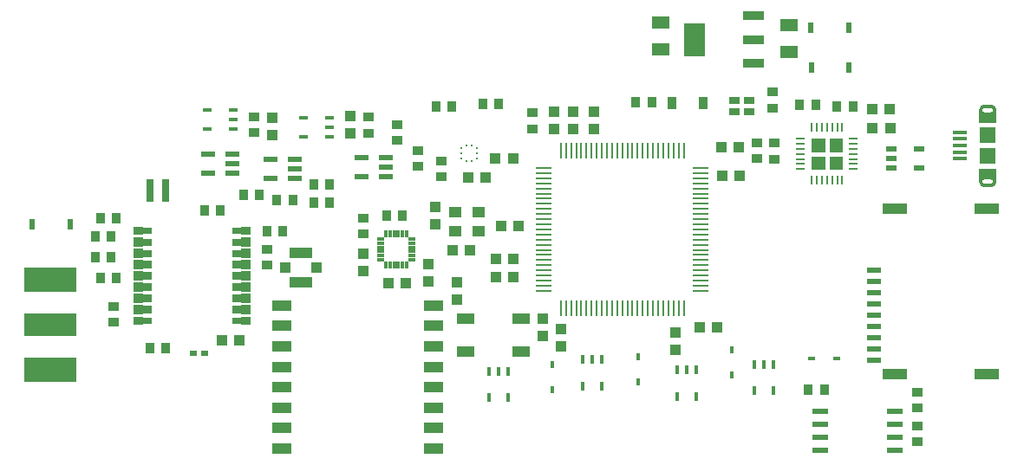
<source format=gbr>
%TF.GenerationSoftware,KiCad,Pcbnew,(6.0.7)*%
%TF.CreationDate,2022-09-16T08:47:36-07:00*%
%TF.ProjectId,Flight-Computer,466c6967-6874-42d4-936f-6d7075746572,1.0*%
%TF.SameCoordinates,Original*%
%TF.FileFunction,Paste,Top*%
%TF.FilePolarity,Positive*%
%FSLAX46Y46*%
G04 Gerber Fmt 4.6, Leading zero omitted, Abs format (unit mm)*
G04 Created by KiCad (PCBNEW (6.0.7)) date 2022-09-16 08:47:36*
%MOMM*%
%LPD*%
G01*
G04 APERTURE LIST*
G04 Aperture macros list*
%AMRoundRect*
0 Rectangle with rounded corners*
0 $1 Rounding radius*
0 $2 $3 $4 $5 $6 $7 $8 $9 X,Y pos of 4 corners*
0 Add a 4 corners polygon primitive as box body*
4,1,4,$2,$3,$4,$5,$6,$7,$8,$9,$2,$3,0*
0 Add four circle primitives for the rounded corners*
1,1,$1+$1,$2,$3*
1,1,$1+$1,$4,$5*
1,1,$1+$1,$6,$7*
1,1,$1+$1,$8,$9*
0 Add four rect primitives between the rounded corners*
20,1,$1+$1,$2,$3,$4,$5,0*
20,1,$1+$1,$4,$5,$6,$7,0*
20,1,$1+$1,$6,$7,$8,$9,0*
20,1,$1+$1,$8,$9,$2,$3,0*%
G04 Aperture macros list end*
%ADD10C,0.000100*%
%ADD11C,0.010000*%
%ADD12R,0.650000X2.200000*%
%ADD13R,0.650000X2.300000*%
%ADD14RoundRect,0.006600X-0.313400X-0.103400X0.313400X-0.103400X0.313400X0.103400X-0.313400X0.103400X0*%
%ADD15RoundRect,0.006600X0.103400X-0.313400X0.103400X0.313400X-0.103400X0.313400X-0.103400X-0.313400X0*%
%ADD16RoundRect,0.006600X0.313400X0.103400X-0.313400X0.103400X-0.313400X-0.103400X0.313400X-0.103400X0*%
%ADD17RoundRect,0.006600X-0.103400X0.313400X-0.103400X-0.313400X0.103400X-0.313400X0.103400X0.313400X0*%
%ADD18R,0.940000X1.020000*%
%ADD19R,1.000000X0.800000*%
%ADD20R,0.647700X0.355600*%
%ADD21R,1.320800X0.558800*%
%ADD22R,1.020000X0.940000*%
%ADD23R,5.080000X2.286000*%
%ADD24R,5.080000X2.413000*%
%ADD25R,1.000000X1.100000*%
%ADD26R,2.150000X0.950000*%
%ADD27R,2.150000X3.250000*%
%ADD28R,0.355600X0.647700*%
%ADD29R,0.406400X0.952500*%
%ADD30R,1.950000X1.050000*%
%ADD31R,0.584200X1.041400*%
%ADD32R,1.100000X1.000000*%
%ADD33R,1.560000X0.280000*%
%ADD34R,0.280000X1.560000*%
%ADD35R,0.952500X0.406400*%
%ADD36R,1.778000X1.270000*%
%ADD37R,0.979300X0.558800*%
%ADD38R,1.000000X1.000000*%
%ADD39R,2.200000X1.050000*%
%ADD40R,1.350000X0.400000*%
%ADD41R,1.550000X1.500000*%
%ADD42R,1.400000X0.620000*%
%ADD43R,2.400000X1.100000*%
%ADD44R,1.700000X0.990600*%
%ADD45R,0.685800X0.609600*%
%ADD46R,0.250000X0.275000*%
%ADD47R,0.275000X0.250000*%
%ADD48R,0.900000X0.254000*%
%ADD49R,0.254000X0.900000*%
%ADD50R,1.524000X0.558800*%
%ADD51R,0.965200X1.295400*%
%ADD52R,1.300000X1.100000*%
G04 APERTURE END LIST*
D10*
%TO.C,P3*%
X185148600Y-66604000D02*
X184978600Y-66604000D01*
X183608600Y-73604000D02*
X183778600Y-73604000D01*
G36*
X183803600Y-73617000D02*
G01*
X183804600Y-73630000D01*
X183808600Y-73656000D01*
X183812600Y-73669000D01*
X183815600Y-73681000D01*
X183820600Y-73694000D01*
X183825600Y-73706000D01*
X183830600Y-73717000D01*
X183836600Y-73729000D01*
X183843600Y-73740000D01*
X183851600Y-73751000D01*
X183867600Y-73771000D01*
X183876600Y-73781000D01*
X183886600Y-73790000D01*
X183906600Y-73806000D01*
X183917600Y-73814000D01*
X183928600Y-73821000D01*
X183940600Y-73827000D01*
X183951600Y-73832000D01*
X183963600Y-73837000D01*
X183976600Y-73842000D01*
X183988600Y-73845000D01*
X184001600Y-73849000D01*
X184027600Y-73853000D01*
X184040600Y-73854000D01*
X184716600Y-73854000D01*
X184729600Y-73853000D01*
X184755600Y-73849000D01*
X184768600Y-73845000D01*
X184780600Y-73842000D01*
X184793600Y-73837000D01*
X184805600Y-73832000D01*
X184816600Y-73827000D01*
X184828600Y-73821000D01*
X184839600Y-73814000D01*
X184850600Y-73806000D01*
X184870600Y-73790000D01*
X184880600Y-73781000D01*
X184889600Y-73771000D01*
X184905600Y-73751000D01*
X184913600Y-73740000D01*
X184920600Y-73729000D01*
X184926600Y-73717000D01*
X184931600Y-73706000D01*
X184936600Y-73694000D01*
X184941600Y-73681000D01*
X184944600Y-73669000D01*
X184948600Y-73656000D01*
X184952600Y-73630000D01*
X184953600Y-73617000D01*
X184953600Y-73604000D01*
X185153600Y-73604000D01*
X185152600Y-73630000D01*
X185150600Y-73656000D01*
X185147600Y-73682000D01*
X185142600Y-73708000D01*
X185136600Y-73733000D01*
X185129600Y-73759000D01*
X185120600Y-73783000D01*
X185110600Y-73807000D01*
X185099600Y-73831000D01*
X185086600Y-73854000D01*
X185058600Y-73898000D01*
X185042600Y-73919000D01*
X185025600Y-73939000D01*
X185007600Y-73958000D01*
X184988600Y-73976000D01*
X184968600Y-73993000D01*
X184947600Y-74009000D01*
X184903600Y-74037000D01*
X184880600Y-74050000D01*
X184856600Y-74061000D01*
X184832600Y-74071000D01*
X184808600Y-74080000D01*
X184782600Y-74087000D01*
X184757600Y-74093000D01*
X184731600Y-74098000D01*
X184705600Y-74101000D01*
X184679600Y-74103000D01*
X184653600Y-74104000D01*
X184103600Y-74104000D01*
X184077600Y-74103000D01*
X184051600Y-74101000D01*
X184025600Y-74098000D01*
X183999600Y-74093000D01*
X183974600Y-74087000D01*
X183948600Y-74080000D01*
X183924600Y-74071000D01*
X183900600Y-74061000D01*
X183876600Y-74050000D01*
X183853600Y-74037000D01*
X183809600Y-74009000D01*
X183788600Y-73993000D01*
X183768600Y-73976000D01*
X183749600Y-73958000D01*
X183731600Y-73939000D01*
X183714600Y-73919000D01*
X183698600Y-73898000D01*
X183670600Y-73854000D01*
X183657600Y-73831000D01*
X183646600Y-73807000D01*
X183636600Y-73783000D01*
X183627600Y-73759000D01*
X183620600Y-73733000D01*
X183614600Y-73708000D01*
X183609600Y-73682000D01*
X183606600Y-73656000D01*
X183604600Y-73630000D01*
X183603600Y-73604000D01*
X183803600Y-73604000D01*
X183803600Y-73617000D01*
G37*
X183803600Y-73617000D02*
X183804600Y-73630000D01*
X183808600Y-73656000D01*
X183812600Y-73669000D01*
X183815600Y-73681000D01*
X183820600Y-73694000D01*
X183825600Y-73706000D01*
X183830600Y-73717000D01*
X183836600Y-73729000D01*
X183843600Y-73740000D01*
X183851600Y-73751000D01*
X183867600Y-73771000D01*
X183876600Y-73781000D01*
X183886600Y-73790000D01*
X183906600Y-73806000D01*
X183917600Y-73814000D01*
X183928600Y-73821000D01*
X183940600Y-73827000D01*
X183951600Y-73832000D01*
X183963600Y-73837000D01*
X183976600Y-73842000D01*
X183988600Y-73845000D01*
X184001600Y-73849000D01*
X184027600Y-73853000D01*
X184040600Y-73854000D01*
X184716600Y-73854000D01*
X184729600Y-73853000D01*
X184755600Y-73849000D01*
X184768600Y-73845000D01*
X184780600Y-73842000D01*
X184793600Y-73837000D01*
X184805600Y-73832000D01*
X184816600Y-73827000D01*
X184828600Y-73821000D01*
X184839600Y-73814000D01*
X184850600Y-73806000D01*
X184870600Y-73790000D01*
X184880600Y-73781000D01*
X184889600Y-73771000D01*
X184905600Y-73751000D01*
X184913600Y-73740000D01*
X184920600Y-73729000D01*
X184926600Y-73717000D01*
X184931600Y-73706000D01*
X184936600Y-73694000D01*
X184941600Y-73681000D01*
X184944600Y-73669000D01*
X184948600Y-73656000D01*
X184952600Y-73630000D01*
X184953600Y-73617000D01*
X184953600Y-73604000D01*
X185153600Y-73604000D01*
X185152600Y-73630000D01*
X185150600Y-73656000D01*
X185147600Y-73682000D01*
X185142600Y-73708000D01*
X185136600Y-73733000D01*
X185129600Y-73759000D01*
X185120600Y-73783000D01*
X185110600Y-73807000D01*
X185099600Y-73831000D01*
X185086600Y-73854000D01*
X185058600Y-73898000D01*
X185042600Y-73919000D01*
X185025600Y-73939000D01*
X185007600Y-73958000D01*
X184988600Y-73976000D01*
X184968600Y-73993000D01*
X184947600Y-74009000D01*
X184903600Y-74037000D01*
X184880600Y-74050000D01*
X184856600Y-74061000D01*
X184832600Y-74071000D01*
X184808600Y-74080000D01*
X184782600Y-74087000D01*
X184757600Y-74093000D01*
X184731600Y-74098000D01*
X184705600Y-74101000D01*
X184679600Y-74103000D01*
X184653600Y-74104000D01*
X184103600Y-74104000D01*
X184077600Y-74103000D01*
X184051600Y-74101000D01*
X184025600Y-74098000D01*
X183999600Y-74093000D01*
X183974600Y-74087000D01*
X183948600Y-74080000D01*
X183924600Y-74071000D01*
X183900600Y-74061000D01*
X183876600Y-74050000D01*
X183853600Y-74037000D01*
X183809600Y-74009000D01*
X183788600Y-73993000D01*
X183768600Y-73976000D01*
X183749600Y-73958000D01*
X183731600Y-73939000D01*
X183714600Y-73919000D01*
X183698600Y-73898000D01*
X183670600Y-73854000D01*
X183657600Y-73831000D01*
X183646600Y-73807000D01*
X183636600Y-73783000D01*
X183627600Y-73759000D01*
X183620600Y-73733000D01*
X183614600Y-73708000D01*
X183609600Y-73682000D01*
X183606600Y-73656000D01*
X183604600Y-73630000D01*
X183603600Y-73604000D01*
X183803600Y-73604000D01*
X183803600Y-73617000D01*
G36*
X185153600Y-73604000D02*
G01*
X184953600Y-73604000D01*
X184953600Y-73591000D01*
X184952600Y-73578000D01*
X184948600Y-73552000D01*
X184944600Y-73539000D01*
X184941600Y-73527000D01*
X184936600Y-73514000D01*
X184931600Y-73502000D01*
X184926600Y-73491000D01*
X184920600Y-73479000D01*
X184913600Y-73468000D01*
X184905600Y-73457000D01*
X184889600Y-73437000D01*
X184880600Y-73427000D01*
X184870600Y-73418000D01*
X184850600Y-73402000D01*
X184839600Y-73394000D01*
X184828600Y-73387000D01*
X184816600Y-73381000D01*
X184805600Y-73376000D01*
X184793600Y-73371000D01*
X184780600Y-73366000D01*
X184768600Y-73363000D01*
X184755600Y-73359000D01*
X184729600Y-73355000D01*
X184716600Y-73354000D01*
X184040600Y-73354000D01*
X184027600Y-73355000D01*
X184001600Y-73359000D01*
X183988600Y-73363000D01*
X183976600Y-73366000D01*
X183963600Y-73371000D01*
X183951600Y-73376000D01*
X183940600Y-73381000D01*
X183928600Y-73387000D01*
X183917600Y-73394000D01*
X183906600Y-73402000D01*
X183886600Y-73418000D01*
X183876600Y-73427000D01*
X183867600Y-73437000D01*
X183851600Y-73457000D01*
X183843600Y-73468000D01*
X183836600Y-73479000D01*
X183830600Y-73491000D01*
X183825600Y-73502000D01*
X183820600Y-73514000D01*
X183815600Y-73527000D01*
X183812600Y-73539000D01*
X183808600Y-73552000D01*
X183804600Y-73578000D01*
X183803600Y-73591000D01*
X183803600Y-73604000D01*
X183603600Y-73604000D01*
X183603600Y-72404000D01*
X185153600Y-72404000D01*
X185153600Y-73604000D01*
G37*
X185153600Y-73604000D02*
X184953600Y-73604000D01*
X184953600Y-73591000D01*
X184952600Y-73578000D01*
X184948600Y-73552000D01*
X184944600Y-73539000D01*
X184941600Y-73527000D01*
X184936600Y-73514000D01*
X184931600Y-73502000D01*
X184926600Y-73491000D01*
X184920600Y-73479000D01*
X184913600Y-73468000D01*
X184905600Y-73457000D01*
X184889600Y-73437000D01*
X184880600Y-73427000D01*
X184870600Y-73418000D01*
X184850600Y-73402000D01*
X184839600Y-73394000D01*
X184828600Y-73387000D01*
X184816600Y-73381000D01*
X184805600Y-73376000D01*
X184793600Y-73371000D01*
X184780600Y-73366000D01*
X184768600Y-73363000D01*
X184755600Y-73359000D01*
X184729600Y-73355000D01*
X184716600Y-73354000D01*
X184040600Y-73354000D01*
X184027600Y-73355000D01*
X184001600Y-73359000D01*
X183988600Y-73363000D01*
X183976600Y-73366000D01*
X183963600Y-73371000D01*
X183951600Y-73376000D01*
X183940600Y-73381000D01*
X183928600Y-73387000D01*
X183917600Y-73394000D01*
X183906600Y-73402000D01*
X183886600Y-73418000D01*
X183876600Y-73427000D01*
X183867600Y-73437000D01*
X183851600Y-73457000D01*
X183843600Y-73468000D01*
X183836600Y-73479000D01*
X183830600Y-73491000D01*
X183825600Y-73502000D01*
X183820600Y-73514000D01*
X183815600Y-73527000D01*
X183812600Y-73539000D01*
X183808600Y-73552000D01*
X183804600Y-73578000D01*
X183803600Y-73591000D01*
X183803600Y-73604000D01*
X183603600Y-73604000D01*
X183603600Y-72404000D01*
X185153600Y-72404000D01*
X185153600Y-73604000D01*
G36*
X184679600Y-66105000D02*
G01*
X184705600Y-66107000D01*
X184731600Y-66110000D01*
X184757600Y-66115000D01*
X184782600Y-66121000D01*
X184808600Y-66128000D01*
X184832600Y-66137000D01*
X184856600Y-66147000D01*
X184880600Y-66158000D01*
X184903600Y-66171000D01*
X184947600Y-66199000D01*
X184968600Y-66215000D01*
X184988600Y-66232000D01*
X185007600Y-66250000D01*
X185025600Y-66269000D01*
X185042600Y-66289000D01*
X185058600Y-66310000D01*
X185086600Y-66354000D01*
X185099600Y-66377000D01*
X185110600Y-66401000D01*
X185120600Y-66425000D01*
X185129600Y-66449000D01*
X185136600Y-66475000D01*
X185142600Y-66500000D01*
X185147600Y-66526000D01*
X185150600Y-66552000D01*
X185152600Y-66578000D01*
X185153600Y-66604000D01*
X184953600Y-66604000D01*
X184953600Y-66591000D01*
X184952600Y-66578000D01*
X184948600Y-66552000D01*
X184944600Y-66539000D01*
X184941600Y-66527000D01*
X184936600Y-66514000D01*
X184931600Y-66502000D01*
X184926600Y-66491000D01*
X184920600Y-66479000D01*
X184913600Y-66468000D01*
X184905600Y-66457000D01*
X184889600Y-66437000D01*
X184880600Y-66427000D01*
X184870600Y-66418000D01*
X184850600Y-66402000D01*
X184839600Y-66394000D01*
X184828600Y-66387000D01*
X184816600Y-66381000D01*
X184805600Y-66376000D01*
X184793600Y-66371000D01*
X184780600Y-66366000D01*
X184768600Y-66363000D01*
X184755600Y-66359000D01*
X184729600Y-66355000D01*
X184716600Y-66354000D01*
X184040600Y-66354000D01*
X184027600Y-66355000D01*
X184001600Y-66359000D01*
X183988600Y-66363000D01*
X183976600Y-66366000D01*
X183963600Y-66371000D01*
X183951600Y-66376000D01*
X183940600Y-66381000D01*
X183928600Y-66387000D01*
X183917600Y-66394000D01*
X183906600Y-66402000D01*
X183886600Y-66418000D01*
X183876600Y-66427000D01*
X183867600Y-66437000D01*
X183851600Y-66457000D01*
X183843600Y-66468000D01*
X183836600Y-66479000D01*
X183830600Y-66491000D01*
X183825600Y-66502000D01*
X183820600Y-66514000D01*
X183815600Y-66527000D01*
X183812600Y-66539000D01*
X183808600Y-66552000D01*
X183804600Y-66578000D01*
X183803600Y-66591000D01*
X183803600Y-66604000D01*
X183603600Y-66604000D01*
X183604600Y-66578000D01*
X183606600Y-66552000D01*
X183609600Y-66526000D01*
X183614600Y-66500000D01*
X183620600Y-66475000D01*
X183627600Y-66449000D01*
X183636600Y-66425000D01*
X183646600Y-66401000D01*
X183657600Y-66377000D01*
X183670600Y-66354000D01*
X183698600Y-66310000D01*
X183714600Y-66289000D01*
X183731600Y-66269000D01*
X183749600Y-66250000D01*
X183768600Y-66232000D01*
X183788600Y-66215000D01*
X183809600Y-66199000D01*
X183853600Y-66171000D01*
X183876600Y-66158000D01*
X183900600Y-66147000D01*
X183924600Y-66137000D01*
X183948600Y-66128000D01*
X183974600Y-66121000D01*
X183999600Y-66115000D01*
X184025600Y-66110000D01*
X184051600Y-66107000D01*
X184077600Y-66105000D01*
X184103600Y-66104000D01*
X184653600Y-66104000D01*
X184679600Y-66105000D01*
G37*
X184679600Y-66105000D02*
X184705600Y-66107000D01*
X184731600Y-66110000D01*
X184757600Y-66115000D01*
X184782600Y-66121000D01*
X184808600Y-66128000D01*
X184832600Y-66137000D01*
X184856600Y-66147000D01*
X184880600Y-66158000D01*
X184903600Y-66171000D01*
X184947600Y-66199000D01*
X184968600Y-66215000D01*
X184988600Y-66232000D01*
X185007600Y-66250000D01*
X185025600Y-66269000D01*
X185042600Y-66289000D01*
X185058600Y-66310000D01*
X185086600Y-66354000D01*
X185099600Y-66377000D01*
X185110600Y-66401000D01*
X185120600Y-66425000D01*
X185129600Y-66449000D01*
X185136600Y-66475000D01*
X185142600Y-66500000D01*
X185147600Y-66526000D01*
X185150600Y-66552000D01*
X185152600Y-66578000D01*
X185153600Y-66604000D01*
X184953600Y-66604000D01*
X184953600Y-66591000D01*
X184952600Y-66578000D01*
X184948600Y-66552000D01*
X184944600Y-66539000D01*
X184941600Y-66527000D01*
X184936600Y-66514000D01*
X184931600Y-66502000D01*
X184926600Y-66491000D01*
X184920600Y-66479000D01*
X184913600Y-66468000D01*
X184905600Y-66457000D01*
X184889600Y-66437000D01*
X184880600Y-66427000D01*
X184870600Y-66418000D01*
X184850600Y-66402000D01*
X184839600Y-66394000D01*
X184828600Y-66387000D01*
X184816600Y-66381000D01*
X184805600Y-66376000D01*
X184793600Y-66371000D01*
X184780600Y-66366000D01*
X184768600Y-66363000D01*
X184755600Y-66359000D01*
X184729600Y-66355000D01*
X184716600Y-66354000D01*
X184040600Y-66354000D01*
X184027600Y-66355000D01*
X184001600Y-66359000D01*
X183988600Y-66363000D01*
X183976600Y-66366000D01*
X183963600Y-66371000D01*
X183951600Y-66376000D01*
X183940600Y-66381000D01*
X183928600Y-66387000D01*
X183917600Y-66394000D01*
X183906600Y-66402000D01*
X183886600Y-66418000D01*
X183876600Y-66427000D01*
X183867600Y-66437000D01*
X183851600Y-66457000D01*
X183843600Y-66468000D01*
X183836600Y-66479000D01*
X183830600Y-66491000D01*
X183825600Y-66502000D01*
X183820600Y-66514000D01*
X183815600Y-66527000D01*
X183812600Y-66539000D01*
X183808600Y-66552000D01*
X183804600Y-66578000D01*
X183803600Y-66591000D01*
X183803600Y-66604000D01*
X183603600Y-66604000D01*
X183604600Y-66578000D01*
X183606600Y-66552000D01*
X183609600Y-66526000D01*
X183614600Y-66500000D01*
X183620600Y-66475000D01*
X183627600Y-66449000D01*
X183636600Y-66425000D01*
X183646600Y-66401000D01*
X183657600Y-66377000D01*
X183670600Y-66354000D01*
X183698600Y-66310000D01*
X183714600Y-66289000D01*
X183731600Y-66269000D01*
X183749600Y-66250000D01*
X183768600Y-66232000D01*
X183788600Y-66215000D01*
X183809600Y-66199000D01*
X183853600Y-66171000D01*
X183876600Y-66158000D01*
X183900600Y-66147000D01*
X183924600Y-66137000D01*
X183948600Y-66128000D01*
X183974600Y-66121000D01*
X183999600Y-66115000D01*
X184025600Y-66110000D01*
X184051600Y-66107000D01*
X184077600Y-66105000D01*
X184103600Y-66104000D01*
X184653600Y-66104000D01*
X184679600Y-66105000D01*
G36*
X183803600Y-66617000D02*
G01*
X183804600Y-66630000D01*
X183808600Y-66656000D01*
X183812600Y-66669000D01*
X183815600Y-66681000D01*
X183820600Y-66694000D01*
X183825600Y-66706000D01*
X183830600Y-66717000D01*
X183836600Y-66729000D01*
X183843600Y-66740000D01*
X183851600Y-66751000D01*
X183867600Y-66771000D01*
X183876600Y-66781000D01*
X183886600Y-66790000D01*
X183906600Y-66806000D01*
X183917600Y-66814000D01*
X183928600Y-66821000D01*
X183940600Y-66827000D01*
X183951600Y-66832000D01*
X183963600Y-66837000D01*
X183976600Y-66842000D01*
X183988600Y-66845000D01*
X184001600Y-66849000D01*
X184027600Y-66853000D01*
X184040600Y-66854000D01*
X184716600Y-66854000D01*
X184729600Y-66853000D01*
X184755600Y-66849000D01*
X184768600Y-66845000D01*
X184780600Y-66842000D01*
X184793600Y-66837000D01*
X184805600Y-66832000D01*
X184816600Y-66827000D01*
X184828600Y-66821000D01*
X184839600Y-66814000D01*
X184850600Y-66806000D01*
X184870600Y-66790000D01*
X184880600Y-66781000D01*
X184889600Y-66771000D01*
X184905600Y-66751000D01*
X184913600Y-66740000D01*
X184920600Y-66729000D01*
X184926600Y-66717000D01*
X184931600Y-66706000D01*
X184936600Y-66694000D01*
X184941600Y-66681000D01*
X184944600Y-66669000D01*
X184948600Y-66656000D01*
X184952600Y-66630000D01*
X184953600Y-66617000D01*
X184953600Y-66604000D01*
X185153600Y-66604000D01*
X185153600Y-67804000D01*
X183603600Y-67804000D01*
X183603600Y-66604000D01*
X183803600Y-66604000D01*
X183803600Y-66617000D01*
G37*
X183803600Y-66617000D02*
X183804600Y-66630000D01*
X183808600Y-66656000D01*
X183812600Y-66669000D01*
X183815600Y-66681000D01*
X183820600Y-66694000D01*
X183825600Y-66706000D01*
X183830600Y-66717000D01*
X183836600Y-66729000D01*
X183843600Y-66740000D01*
X183851600Y-66751000D01*
X183867600Y-66771000D01*
X183876600Y-66781000D01*
X183886600Y-66790000D01*
X183906600Y-66806000D01*
X183917600Y-66814000D01*
X183928600Y-66821000D01*
X183940600Y-66827000D01*
X183951600Y-66832000D01*
X183963600Y-66837000D01*
X183976600Y-66842000D01*
X183988600Y-66845000D01*
X184001600Y-66849000D01*
X184027600Y-66853000D01*
X184040600Y-66854000D01*
X184716600Y-66854000D01*
X184729600Y-66853000D01*
X184755600Y-66849000D01*
X184768600Y-66845000D01*
X184780600Y-66842000D01*
X184793600Y-66837000D01*
X184805600Y-66832000D01*
X184816600Y-66827000D01*
X184828600Y-66821000D01*
X184839600Y-66814000D01*
X184850600Y-66806000D01*
X184870600Y-66790000D01*
X184880600Y-66781000D01*
X184889600Y-66771000D01*
X184905600Y-66751000D01*
X184913600Y-66740000D01*
X184920600Y-66729000D01*
X184926600Y-66717000D01*
X184931600Y-66706000D01*
X184936600Y-66694000D01*
X184941600Y-66681000D01*
X184944600Y-66669000D01*
X184948600Y-66656000D01*
X184952600Y-66630000D01*
X184953600Y-66617000D01*
X184953600Y-66604000D01*
X185153600Y-66604000D01*
X185153600Y-67804000D01*
X183603600Y-67804000D01*
X183603600Y-66604000D01*
X183803600Y-66604000D01*
X183803600Y-66617000D01*
%TO.C,U9*%
G36*
X101830000Y-79204000D02*
G01*
X102730000Y-79204000D01*
X102730000Y-79804000D01*
X101830000Y-79804000D01*
X101830000Y-79904000D01*
X101014200Y-79904000D01*
X101014200Y-79104000D01*
X101830000Y-79104000D01*
X101830000Y-79204000D01*
G37*
D11*
X101830000Y-79204000D02*
X102730000Y-79204000D01*
X102730000Y-79804000D01*
X101830000Y-79804000D01*
X101830000Y-79904000D01*
X101014200Y-79904000D01*
X101014200Y-79104000D01*
X101830000Y-79104000D01*
X101830000Y-79204000D01*
G36*
X101830000Y-82504000D02*
G01*
X102730000Y-82504000D01*
X102730000Y-83104000D01*
X101830000Y-83104000D01*
X101830000Y-83204000D01*
X101014200Y-83204000D01*
X101014200Y-82404000D01*
X101830000Y-82404000D01*
X101830000Y-82504000D01*
G37*
X101830000Y-82504000D02*
X102730000Y-82504000D01*
X102730000Y-83104000D01*
X101830000Y-83104000D01*
X101830000Y-83204000D01*
X101014200Y-83204000D01*
X101014200Y-82404000D01*
X101830000Y-82404000D01*
X101830000Y-82504000D01*
G36*
X101830000Y-86954000D02*
G01*
X102730000Y-86954000D01*
X102730000Y-87454000D01*
X101830000Y-87454000D01*
X101830000Y-87554000D01*
X101014200Y-87554000D01*
X101014200Y-86854000D01*
X101830000Y-86854000D01*
X101830000Y-86954000D01*
G37*
X101830000Y-86954000D02*
X102730000Y-86954000D01*
X102730000Y-87454000D01*
X101830000Y-87454000D01*
X101830000Y-87554000D01*
X101014200Y-87554000D01*
X101014200Y-86854000D01*
X101830000Y-86854000D01*
X101830000Y-86954000D01*
G36*
X101830000Y-78154000D02*
G01*
X102730000Y-78154000D01*
X102730000Y-78654000D01*
X101830000Y-78654000D01*
X101830000Y-78754000D01*
X101014200Y-78754000D01*
X101014200Y-78054000D01*
X101830000Y-78054000D01*
X101830000Y-78154000D01*
G37*
X101830000Y-78154000D02*
X102730000Y-78154000D01*
X102730000Y-78654000D01*
X101830000Y-78654000D01*
X101830000Y-78754000D01*
X101014200Y-78754000D01*
X101014200Y-78054000D01*
X101830000Y-78054000D01*
X101830000Y-78154000D01*
G36*
X101830000Y-81404000D02*
G01*
X102730000Y-81404000D01*
X102730000Y-82004000D01*
X101830000Y-82004000D01*
X101830000Y-82104000D01*
X101014200Y-82104000D01*
X101014200Y-81304000D01*
X101830000Y-81304000D01*
X101830000Y-81404000D01*
G37*
X101830000Y-81404000D02*
X102730000Y-81404000D01*
X102730000Y-82004000D01*
X101830000Y-82004000D01*
X101830000Y-82104000D01*
X101014200Y-82104000D01*
X101014200Y-81304000D01*
X101830000Y-81304000D01*
X101830000Y-81404000D01*
G36*
X101830000Y-85804000D02*
G01*
X102730000Y-85804000D01*
X102730000Y-86404000D01*
X101830000Y-86404000D01*
X101830000Y-86504000D01*
X101014200Y-86504000D01*
X101014200Y-85704000D01*
X101830000Y-85704000D01*
X101830000Y-85804000D01*
G37*
X101830000Y-85804000D02*
X102730000Y-85804000D01*
X102730000Y-86404000D01*
X101830000Y-86404000D01*
X101830000Y-86504000D01*
X101014200Y-86504000D01*
X101014200Y-85704000D01*
X101830000Y-85704000D01*
X101830000Y-85804000D01*
G36*
X112371200Y-79904000D02*
G01*
X111530000Y-79904000D01*
X111530000Y-79804000D01*
X110630000Y-79804000D01*
X110630000Y-79204000D01*
X111530000Y-79204000D01*
X111530000Y-79104000D01*
X112371200Y-79104000D01*
X112371200Y-79904000D01*
G37*
X112371200Y-79904000D02*
X111530000Y-79904000D01*
X111530000Y-79804000D01*
X110630000Y-79804000D01*
X110630000Y-79204000D01*
X111530000Y-79204000D01*
X111530000Y-79104000D01*
X112371200Y-79104000D01*
X112371200Y-79904000D01*
G36*
X112371200Y-83204000D02*
G01*
X111530000Y-83204000D01*
X111530000Y-83104000D01*
X110630000Y-83104000D01*
X110630000Y-82504000D01*
X111530000Y-82504000D01*
X111530000Y-82404000D01*
X112371200Y-82404000D01*
X112371200Y-83204000D01*
G37*
X112371200Y-83204000D02*
X111530000Y-83204000D01*
X111530000Y-83104000D01*
X110630000Y-83104000D01*
X110630000Y-82504000D01*
X111530000Y-82504000D01*
X111530000Y-82404000D01*
X112371200Y-82404000D01*
X112371200Y-83204000D01*
G36*
X101830000Y-83604000D02*
G01*
X102730000Y-83604000D01*
X102730000Y-84204000D01*
X101830000Y-84204000D01*
X101830000Y-84304000D01*
X101014200Y-84304000D01*
X101014200Y-83504000D01*
X101830000Y-83504000D01*
X101830000Y-83604000D01*
G37*
X101830000Y-83604000D02*
X102730000Y-83604000D01*
X102730000Y-84204000D01*
X101830000Y-84204000D01*
X101830000Y-84304000D01*
X101014200Y-84304000D01*
X101014200Y-83504000D01*
X101830000Y-83504000D01*
X101830000Y-83604000D01*
G36*
X101830000Y-84704000D02*
G01*
X102730000Y-84704000D01*
X102730000Y-85304000D01*
X101830000Y-85304000D01*
X101830000Y-85404000D01*
X101014200Y-85404000D01*
X101014200Y-84604000D01*
X101830000Y-84604000D01*
X101830000Y-84704000D01*
G37*
X101830000Y-84704000D02*
X102730000Y-84704000D01*
X102730000Y-85304000D01*
X101830000Y-85304000D01*
X101830000Y-85404000D01*
X101014200Y-85404000D01*
X101014200Y-84604000D01*
X101830000Y-84604000D01*
X101830000Y-84704000D01*
G36*
X101830000Y-80304000D02*
G01*
X102730000Y-80304000D01*
X102730000Y-80904000D01*
X101830000Y-80904000D01*
X101830000Y-81004000D01*
X101014200Y-81004000D01*
X101014200Y-80204000D01*
X101830000Y-80204000D01*
X101830000Y-80304000D01*
G37*
X101830000Y-80304000D02*
X102730000Y-80304000D01*
X102730000Y-80904000D01*
X101830000Y-80904000D01*
X101830000Y-81004000D01*
X101014200Y-81004000D01*
X101014200Y-80204000D01*
X101830000Y-80204000D01*
X101830000Y-80304000D01*
G36*
X112371200Y-82104000D02*
G01*
X111530000Y-82104000D01*
X111530000Y-82004000D01*
X110630000Y-82004000D01*
X110630000Y-81404000D01*
X111530000Y-81404000D01*
X111530000Y-81304000D01*
X112371200Y-81304000D01*
X112371200Y-82104000D01*
G37*
X112371200Y-82104000D02*
X111530000Y-82104000D01*
X111530000Y-82004000D01*
X110630000Y-82004000D01*
X110630000Y-81404000D01*
X111530000Y-81404000D01*
X111530000Y-81304000D01*
X112371200Y-81304000D01*
X112371200Y-82104000D01*
G36*
X112371200Y-85404000D02*
G01*
X111530000Y-85404000D01*
X111530000Y-85304000D01*
X110630000Y-85304000D01*
X110630000Y-84704000D01*
X111530000Y-84704000D01*
X111530000Y-84604000D01*
X112371200Y-84604000D01*
X112371200Y-85404000D01*
G37*
X112371200Y-85404000D02*
X111530000Y-85404000D01*
X111530000Y-85304000D01*
X110630000Y-85304000D01*
X110630000Y-84704000D01*
X111530000Y-84704000D01*
X111530000Y-84604000D01*
X112371200Y-84604000D01*
X112371200Y-85404000D01*
G36*
X112371200Y-86504000D02*
G01*
X111530000Y-86504000D01*
X111530000Y-86404000D01*
X110630000Y-86404000D01*
X110630000Y-85804000D01*
X111530000Y-85804000D01*
X111530000Y-85704000D01*
X112371200Y-85704000D01*
X112371200Y-86504000D01*
G37*
X112371200Y-86504000D02*
X111530000Y-86504000D01*
X111530000Y-86404000D01*
X110630000Y-86404000D01*
X110630000Y-85804000D01*
X111530000Y-85804000D01*
X111530000Y-85704000D01*
X112371200Y-85704000D01*
X112371200Y-86504000D01*
G36*
X112345800Y-87554000D02*
G01*
X111530000Y-87554000D01*
X111530000Y-87454000D01*
X110630000Y-87454000D01*
X110630000Y-86954000D01*
X111530000Y-86954000D01*
X111530000Y-86854000D01*
X112345800Y-86854000D01*
X112345800Y-87554000D01*
G37*
X112345800Y-87554000D02*
X111530000Y-87554000D01*
X111530000Y-87454000D01*
X110630000Y-87454000D01*
X110630000Y-86954000D01*
X111530000Y-86954000D01*
X111530000Y-86854000D01*
X112345800Y-86854000D01*
X112345800Y-87554000D01*
G36*
X112371200Y-78754000D02*
G01*
X111530000Y-78754000D01*
X111530000Y-78654000D01*
X110630000Y-78654000D01*
X110630000Y-78154000D01*
X111530000Y-78154000D01*
X111530000Y-78054000D01*
X112371200Y-78054000D01*
X112371200Y-78754000D01*
G37*
X112371200Y-78754000D02*
X111530000Y-78754000D01*
X111530000Y-78654000D01*
X110630000Y-78654000D01*
X110630000Y-78154000D01*
X111530000Y-78154000D01*
X111530000Y-78054000D01*
X112371200Y-78054000D01*
X112371200Y-78754000D01*
G36*
X112371200Y-84304000D02*
G01*
X111530000Y-84304000D01*
X111530000Y-84204000D01*
X110630000Y-84204000D01*
X110630000Y-83604000D01*
X111530000Y-83604000D01*
X111530000Y-83504000D01*
X112371200Y-83504000D01*
X112371200Y-84304000D01*
G37*
X112371200Y-84304000D02*
X111530000Y-84304000D01*
X111530000Y-84204000D01*
X110630000Y-84204000D01*
X110630000Y-83604000D01*
X111530000Y-83604000D01*
X111530000Y-83504000D01*
X112371200Y-83504000D01*
X112371200Y-84304000D01*
G36*
X112371200Y-81004000D02*
G01*
X111530000Y-81004000D01*
X111530000Y-80904000D01*
X110630000Y-80904000D01*
X110630000Y-80304000D01*
X111530000Y-80304000D01*
X111530000Y-80204000D01*
X112371200Y-80204000D01*
X112371200Y-81004000D01*
G37*
X112371200Y-81004000D02*
X111530000Y-81004000D01*
X111530000Y-80904000D01*
X110630000Y-80904000D01*
X110630000Y-80304000D01*
X111530000Y-80304000D01*
X111530000Y-80204000D01*
X112371200Y-80204000D01*
X112371200Y-81004000D01*
%TO.C,U3*%
G36*
X168479744Y-70666800D02*
G01*
X167230200Y-70666800D01*
X167230200Y-69414070D01*
X168479744Y-69414070D01*
X168479744Y-70666800D01*
G37*
X168479744Y-70666800D02*
X167230200Y-70666800D01*
X167230200Y-69414070D01*
X168479744Y-69414070D01*
X168479744Y-70666800D01*
G36*
X170232720Y-70666800D02*
G01*
X168980200Y-70666800D01*
X168980200Y-69414280D01*
X170232720Y-69414280D01*
X170232720Y-70666800D01*
G37*
X170232720Y-70666800D02*
X168980200Y-70666800D01*
X168980200Y-69414280D01*
X170232720Y-69414280D01*
X170232720Y-70666800D01*
G36*
X168480138Y-72416800D02*
G01*
X167230200Y-72416800D01*
X167230200Y-71166862D01*
X168480138Y-71166862D01*
X168480138Y-72416800D01*
G37*
X168480138Y-72416800D02*
X167230200Y-72416800D01*
X167230200Y-71166862D01*
X168480138Y-71166862D01*
X168480138Y-72416800D01*
G36*
X170232680Y-72416800D02*
G01*
X168980200Y-72416800D01*
X168980200Y-71167213D01*
X170232680Y-71167213D01*
X170232680Y-72416800D01*
G37*
X170232680Y-72416800D02*
X168980200Y-72416800D01*
X168980200Y-71167213D01*
X170232680Y-71167213D01*
X170232680Y-72416800D01*
%TD*%
D12*
%TO.C,BT1*%
X104128000Y-74541000D03*
D13*
X102628000Y-74491000D03*
%TD*%
D14*
%TO.C,U8*%
X125123708Y-79264000D03*
X125123708Y-79664000D03*
X125123708Y-80064000D03*
X125123708Y-80464000D03*
X125123708Y-80864000D03*
X125123708Y-81264000D03*
D15*
X125668708Y-81809000D03*
X126068708Y-81809000D03*
X126468708Y-81809000D03*
X126868708Y-81809000D03*
X127268708Y-81809000D03*
X127668708Y-81809000D03*
D16*
X128213708Y-81264000D03*
X128213708Y-80864000D03*
X128213708Y-80464000D03*
X128213708Y-80064000D03*
X128213708Y-79664000D03*
X128213708Y-79264000D03*
D17*
X127668708Y-78719000D03*
X127268708Y-78719000D03*
X126868708Y-78719000D03*
X126468708Y-78719000D03*
X126068708Y-78719000D03*
X125668708Y-78719000D03*
%TD*%
D18*
%TO.C,R17*%
X118590000Y-73914000D03*
X120170000Y-73914000D03*
%TD*%
D19*
%TO.C,D1*%
X159651000Y-65693200D03*
X161151000Y-65693200D03*
X161151000Y-66793200D03*
X159651000Y-66793200D03*
%TD*%
D20*
%TO.C,D7*%
X167201850Y-90906600D03*
X169652950Y-90906600D03*
%TD*%
D21*
%TO.C,U7*%
X110667800Y-72832001D03*
X110667800Y-71882000D03*
X110667800Y-70931999D03*
X108280200Y-70931999D03*
X108280200Y-72832001D03*
%TD*%
D22*
%TO.C,R20*%
X123444000Y-77188000D03*
X123444000Y-78768000D03*
%TD*%
D23*
%TO.C,AE2*%
X92900500Y-87630000D03*
D24*
X92900500Y-92011500D03*
X92900500Y-83248500D03*
%TD*%
D25*
%TO.C,C6*%
X142087600Y-68464800D03*
X142087600Y-66764800D03*
%TD*%
%TO.C,C22*%
X129794000Y-81700000D03*
X129794000Y-83400000D03*
%TD*%
D26*
%TO.C,U2*%
X161573800Y-62040800D03*
D27*
X155773800Y-59740800D03*
D26*
X161573800Y-59740800D03*
X161573800Y-57440800D03*
%TD*%
D25*
%TO.C,J1*%
X145999200Y-66790200D03*
X145999200Y-68490200D03*
%TD*%
%TO.C,C3*%
X142748000Y-88050000D03*
X142748000Y-89750000D03*
%TD*%
D22*
%TO.C,R13*%
X123952000Y-67310000D03*
X123952000Y-68890000D03*
%TD*%
D28*
%TO.C,D9*%
X150266400Y-93198950D03*
X150266400Y-90747850D03*
%TD*%
D29*
%TO.C,Q6*%
X137602001Y-92195650D03*
X136652000Y-92195650D03*
X135701999Y-92195650D03*
X135701999Y-94748350D03*
X137602001Y-94748350D03*
%TD*%
D25*
%TO.C,C9*%
X130505200Y-76112000D03*
X130505200Y-77812000D03*
%TD*%
D22*
%TO.C,R12*%
X112776000Y-67282000D03*
X112776000Y-68862000D03*
%TD*%
D25*
%TO.C,C1*%
X143941800Y-68490200D03*
X143941800Y-66790200D03*
%TD*%
D22*
%TO.C,R8*%
X177546000Y-99088000D03*
X177546000Y-97508000D03*
%TD*%
D30*
%TO.C,U10*%
X115510600Y-85735400D03*
X115510600Y-87735400D03*
X115510600Y-89735400D03*
X115510600Y-91735400D03*
X115510600Y-93735400D03*
X115510600Y-95735400D03*
X115510600Y-97735400D03*
X115510600Y-99735400D03*
X130310600Y-99735400D03*
X130310600Y-97735400D03*
X130310600Y-95735400D03*
X130310600Y-93735400D03*
X130310600Y-91735400D03*
X130310600Y-89735400D03*
X130310600Y-87735400D03*
X130310600Y-85735400D03*
%TD*%
D22*
%TO.C,R21*%
X99060000Y-87404000D03*
X99060000Y-85824000D03*
%TD*%
D18*
%TO.C,R7*%
X166926200Y-93954600D03*
X168506200Y-93954600D03*
%TD*%
D31*
%TO.C,D2*%
X167195500Y-62502770D03*
X170878500Y-62502770D03*
%TD*%
D18*
%TO.C,R23*%
X97762000Y-83058000D03*
X99342000Y-83058000D03*
%TD*%
D32*
%TO.C,C17*%
X173165400Y-66522600D03*
X174865400Y-66522600D03*
%TD*%
D31*
%TO.C,D4*%
X167170100Y-58547000D03*
X170853100Y-58547000D03*
%TD*%
D18*
%TO.C,R5*%
X166037200Y-66141600D03*
X167617200Y-66141600D03*
%TD*%
D33*
%TO.C,U1*%
X141062400Y-72308200D03*
X141062400Y-72808200D03*
X141062400Y-73308200D03*
X141062400Y-73808200D03*
X141062400Y-74308200D03*
X141062400Y-74808200D03*
X141062400Y-75308200D03*
X141062400Y-75808200D03*
X141062400Y-76308200D03*
X141062400Y-76808200D03*
X141062400Y-77308200D03*
X141062400Y-77808200D03*
X141062400Y-78308200D03*
X141062400Y-78808200D03*
X141062400Y-79308200D03*
X141062400Y-79808200D03*
X141062400Y-80308200D03*
X141062400Y-80808200D03*
X141062400Y-81308200D03*
X141062400Y-81808200D03*
X141062400Y-82308200D03*
X141062400Y-82808200D03*
X141062400Y-83308200D03*
X141062400Y-83808200D03*
X141062400Y-84308200D03*
D34*
X142742400Y-85988200D03*
X143242400Y-85988200D03*
X143742400Y-85988200D03*
X144242400Y-85988200D03*
X144742400Y-85988200D03*
X145242400Y-85988200D03*
X145742400Y-85988200D03*
X146242400Y-85988200D03*
X146742400Y-85988200D03*
X147242400Y-85988200D03*
X147742400Y-85988200D03*
X148242400Y-85988200D03*
X148742400Y-85988200D03*
X149242400Y-85988200D03*
X149742400Y-85988200D03*
X150242400Y-85988200D03*
X150742400Y-85988200D03*
X151242400Y-85988200D03*
X151742400Y-85988200D03*
X152242400Y-85988200D03*
X152742400Y-85988200D03*
X153242400Y-85988200D03*
X153742400Y-85988200D03*
X154242400Y-85988200D03*
X154742400Y-85988200D03*
D33*
X156422400Y-84308200D03*
X156422400Y-83808200D03*
X156422400Y-83308200D03*
X156422400Y-82808200D03*
X156422400Y-82308200D03*
X156422400Y-81808200D03*
X156422400Y-81308200D03*
X156422400Y-80808200D03*
X156422400Y-80308200D03*
X156422400Y-79808200D03*
X156422400Y-79308200D03*
X156422400Y-78808200D03*
X156422400Y-78308200D03*
X156422400Y-77808200D03*
X156422400Y-77308200D03*
X156422400Y-76808200D03*
X156422400Y-76308200D03*
X156422400Y-75808200D03*
X156422400Y-75308200D03*
X156422400Y-74808200D03*
X156422400Y-74308200D03*
X156422400Y-73808200D03*
X156422400Y-73308200D03*
X156422400Y-72808200D03*
X156422400Y-72308200D03*
D34*
X154742400Y-70628200D03*
X154242400Y-70628200D03*
X153742400Y-70628200D03*
X153242400Y-70628200D03*
X152742400Y-70628200D03*
X152242400Y-70628200D03*
X151742400Y-70628200D03*
X151242400Y-70628200D03*
X150742400Y-70628200D03*
X150242400Y-70628200D03*
X149742400Y-70628200D03*
X149242400Y-70628200D03*
X148742400Y-70628200D03*
X148242400Y-70628200D03*
X147742400Y-70628200D03*
X147242400Y-70628200D03*
X146742400Y-70628200D03*
X146242400Y-70628200D03*
X145742400Y-70628200D03*
X145242400Y-70628200D03*
X144742400Y-70628200D03*
X144242400Y-70628200D03*
X143742400Y-70628200D03*
X143242400Y-70628200D03*
X142742400Y-70628200D03*
%TD*%
D18*
%TO.C,R31*%
X104168000Y-89916000D03*
X102588000Y-89916000D03*
%TD*%
D32*
%TO.C,C2*%
X156325200Y-87858600D03*
X158025200Y-87858600D03*
%TD*%
D35*
%TO.C,Q2*%
X120148350Y-69276001D03*
X120148350Y-68326000D03*
X120148350Y-67375999D03*
X117595650Y-67375999D03*
X117595650Y-69276001D03*
%TD*%
D22*
%TO.C,R4*%
X163626800Y-71427400D03*
X163626800Y-69847400D03*
%TD*%
D21*
%TO.C,U5*%
X125653800Y-73152000D03*
X125653800Y-72201999D03*
X125653800Y-71251998D03*
X123266200Y-71251998D03*
X123266200Y-73152000D03*
%TD*%
D29*
%TO.C,Q3*%
X163510001Y-91484450D03*
X162560000Y-91484450D03*
X161609999Y-91484450D03*
X161609999Y-94037150D03*
X163510001Y-94037150D03*
%TD*%
D32*
%TO.C,C4*%
X138645000Y-77978000D03*
X136945000Y-77978000D03*
%TD*%
D22*
%TO.C,R24*%
X114046000Y-80236000D03*
X114046000Y-81816000D03*
%TD*%
D18*
%TO.C,R18*%
X111732000Y-74930000D03*
X113312000Y-74930000D03*
%TD*%
D36*
%TO.C,C15*%
X152476200Y-58064400D03*
X152476200Y-60706000D03*
%TD*%
D31*
%TO.C,D3*%
X94805500Y-77832230D03*
X91122500Y-77832230D03*
%TD*%
D18*
%TO.C,R25*%
X115598000Y-78486000D03*
X114018000Y-78486000D03*
%TD*%
D37*
%TO.C,D6*%
X174986252Y-70423999D03*
X174986252Y-71374000D03*
X174986252Y-72324001D03*
X177718148Y-72324001D03*
X177718148Y-70423999D03*
%TD*%
D28*
%TO.C,D8*%
X159410400Y-92538550D03*
X159410400Y-90087450D03*
%TD*%
D38*
%TO.C,AE1*%
X115872000Y-82042000D03*
X118872000Y-82042000D03*
D39*
X117372000Y-83517000D03*
X117372000Y-80567000D03*
%TD*%
D40*
%TO.C,P3*%
X181678600Y-71404000D03*
X181678600Y-70754000D03*
X181678600Y-70104000D03*
X181678600Y-69454000D03*
X181678600Y-68804000D03*
D41*
X184378600Y-69104000D03*
X184378600Y-71104000D03*
%TD*%
D18*
%TO.C,R2*%
X150060600Y-65887600D03*
X151640600Y-65887600D03*
%TD*%
D32*
%TO.C,C11*%
X138137000Y-82931000D03*
X136437000Y-82931000D03*
%TD*%
D18*
%TO.C,R15*%
X116586000Y-75438000D03*
X115006000Y-75438000D03*
%TD*%
D42*
%TO.C,P10*%
X173365000Y-82273800D03*
X173365000Y-83373800D03*
X173365000Y-84473800D03*
X173365000Y-85573800D03*
X173365000Y-86673800D03*
X173365000Y-87773800D03*
X173365000Y-88873800D03*
X173365000Y-89973800D03*
X173365000Y-91073800D03*
D43*
X184365000Y-92453800D03*
X175365000Y-92453800D03*
X175365000Y-76303800D03*
X184365000Y-76303800D03*
%TD*%
D32*
%TO.C,C10*%
X133869800Y-80340200D03*
X132169800Y-80340200D03*
%TD*%
D25*
%TO.C,C23*%
X132588000Y-85178000D03*
X132588000Y-83478000D03*
%TD*%
D44*
%TO.C,B1*%
X138844000Y-90245999D03*
X133444000Y-90245999D03*
X138844000Y-87046001D03*
X133444000Y-87046001D03*
%TD*%
D22*
%TO.C,R14*%
X128778000Y-72164000D03*
X128778000Y-70584000D03*
%TD*%
D25*
%TO.C,C21*%
X123444000Y-80684000D03*
X123444000Y-82384000D03*
%TD*%
D22*
%TO.C,R32*%
X177546000Y-95786000D03*
X177546000Y-94206000D03*
%TD*%
D18*
%TO.C,R28*%
X98834000Y-81026000D03*
X97254000Y-81026000D03*
%TD*%
D35*
%TO.C,Q1*%
X110750350Y-68514001D03*
X110750350Y-67564000D03*
X110750350Y-66613999D03*
X108197650Y-66613999D03*
X108197650Y-68514001D03*
%TD*%
D22*
%TO.C,R6*%
X161874200Y-71402000D03*
X161874200Y-69822000D03*
%TD*%
%TO.C,R9*%
X126746000Y-69624000D03*
X126746000Y-68044000D03*
%TD*%
D45*
%TO.C,L1*%
X106883200Y-90424000D03*
X108000800Y-90424000D03*
%TD*%
D32*
%TO.C,C20*%
X127596000Y-83566000D03*
X125896000Y-83566000D03*
%TD*%
D46*
%TO.C,U11*%
X134057700Y-70078100D03*
X133557700Y-70078100D03*
D47*
X133045200Y-70340600D03*
X133045200Y-70840600D03*
X133045200Y-71340600D03*
D46*
X133557700Y-71603100D03*
X134057700Y-71603100D03*
D47*
X134570200Y-71340600D03*
X134570200Y-70840600D03*
X134570200Y-70340600D03*
%TD*%
D48*
%TO.C,U3*%
X171320200Y-72416800D03*
X171320200Y-71916800D03*
X171320200Y-71416800D03*
X171320200Y-70916800D03*
X171320200Y-70416800D03*
X171320200Y-69916800D03*
X171320200Y-69416800D03*
D49*
X170230200Y-68326800D03*
X169730200Y-68326800D03*
X169230200Y-68326800D03*
X168730200Y-68326800D03*
X168230200Y-68326800D03*
X167730200Y-68326800D03*
X167230200Y-68326800D03*
D48*
X166140200Y-69416800D03*
X166140200Y-69916800D03*
X166140200Y-70416800D03*
X166140200Y-70916800D03*
X166140200Y-71416800D03*
X166140200Y-71916800D03*
X166140200Y-72416800D03*
D49*
X167230200Y-73506800D03*
X167730200Y-73506800D03*
X168230200Y-73506800D03*
X168730200Y-73506800D03*
X169230200Y-73506800D03*
X169730200Y-73506800D03*
X170230200Y-73506800D03*
%TD*%
D32*
%TO.C,C5*%
X158433400Y-70231000D03*
X160133400Y-70231000D03*
%TD*%
D25*
%TO.C,C8*%
X140970000Y-87034000D03*
X140970000Y-88734000D03*
%TD*%
D18*
%TO.C,R19*%
X127282000Y-76962000D03*
X125702000Y-76962000D03*
%TD*%
D50*
%TO.C,U4*%
X168059100Y-96069350D03*
X168059100Y-97339350D03*
X168059100Y-98609350D03*
X168059100Y-99879350D03*
X175348900Y-99879350D03*
X175348900Y-98609350D03*
X175348900Y-97339350D03*
X175348900Y-96069350D03*
%TD*%
D51*
%TO.C,D5*%
X153593800Y-65913000D03*
X156641800Y-65913000D03*
%TD*%
D18*
%TO.C,R3*%
X169720200Y-66268600D03*
X171300200Y-66268600D03*
%TD*%
D32*
%TO.C,C25*%
X133668400Y-73202800D03*
X135368400Y-73202800D03*
%TD*%
%TO.C,C24*%
X138060800Y-71374000D03*
X136360800Y-71374000D03*
%TD*%
D22*
%TO.C,R11*%
X139954000Y-66901000D03*
X139954000Y-68481000D03*
%TD*%
D25*
%TO.C,C19*%
X122174000Y-68922000D03*
X122174000Y-67222000D03*
%TD*%
D22*
%TO.C,R1*%
X163423600Y-66474400D03*
X163423600Y-64894400D03*
%TD*%
D36*
%TO.C,C14*%
X164998400Y-58293000D03*
X164998400Y-60934600D03*
%TD*%
D32*
%TO.C,C13*%
X158535000Y-73075800D03*
X160235000Y-73075800D03*
%TD*%
D21*
%TO.C,U6*%
X116763800Y-73340001D03*
X116763800Y-72390000D03*
X116763800Y-71439999D03*
X114376200Y-71439999D03*
X114376200Y-73340001D03*
%TD*%
D18*
%TO.C,R22*%
X109502000Y-76454000D03*
X107922000Y-76454000D03*
%TD*%
D32*
%TO.C,C16*%
X173190800Y-68427600D03*
X174890800Y-68427600D03*
%TD*%
D29*
%TO.C,Q4*%
X155991601Y-92068650D03*
X155041600Y-92068650D03*
X154091599Y-92068650D03*
X154091599Y-94621350D03*
X155991601Y-94621350D03*
%TD*%
D22*
%TO.C,R30*%
X131064000Y-71600000D03*
X131064000Y-73180000D03*
%TD*%
D18*
%TO.C,R10*%
X136680000Y-66040000D03*
X135100000Y-66040000D03*
%TD*%
D28*
%TO.C,D10*%
X141884400Y-93935550D03*
X141884400Y-91484450D03*
%TD*%
D18*
%TO.C,R29*%
X130528000Y-66294000D03*
X132108000Y-66294000D03*
%TD*%
D25*
%TO.C,C12*%
X153924000Y-88405600D03*
X153924000Y-90105600D03*
%TD*%
D32*
%TO.C,C26*%
X109640000Y-89154000D03*
X111340000Y-89154000D03*
%TD*%
D52*
%TO.C,Y1*%
X134728600Y-76646200D03*
X132428600Y-76646200D03*
X132428600Y-78446200D03*
X134728600Y-78446200D03*
%TD*%
D25*
%TO.C,C18*%
X114554000Y-69088000D03*
X114554000Y-67388000D03*
%TD*%
D18*
%TO.C,R26*%
X99342000Y-77216000D03*
X97762000Y-77216000D03*
%TD*%
D32*
%TO.C,C7*%
X138111600Y-81153000D03*
X136411600Y-81153000D03*
%TD*%
D18*
%TO.C,R16*%
X118590000Y-75692000D03*
X120170000Y-75692000D03*
%TD*%
%TO.C,R27*%
X98834000Y-78994000D03*
X97254000Y-78994000D03*
%TD*%
D29*
%TO.C,Q5*%
X146746001Y-91052650D03*
X145796000Y-91052650D03*
X144845999Y-91052650D03*
X144845999Y-93605350D03*
X146746001Y-93605350D03*
%TD*%
M02*

</source>
